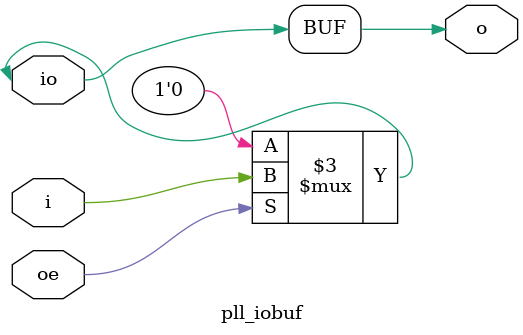
<source format=v>

`timescale 1 ps / 1 ps
/*verilator lint_off CASEX*/
/*verilator lint_off COMBDLY*/
/*verilator lint_off INITIALDLY*/
/*verilator lint_off LITENDIAN*/
/*verilator lint_off MULTIDRIVEN*/
/*verilator lint_off UNOPTFLAT*/
/*verilator lint_off BLKANDNBLK*/
module pll_iobuf (i, oe, io, o);
    input i;
    input oe;
    inout io;
    output o;
    reg    o;

    always @(io)
    begin
        o = io;
    end

    assign io = (oe == 1) ? i : 1'b0 /* converted x or z to 1'b0 */;
endmodule


</source>
